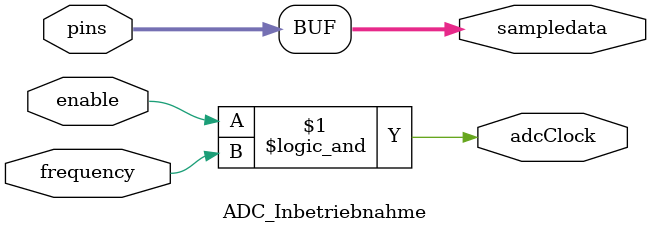
<source format=v>
`define ADCbitCount 14
`define AlwaysOn 1

module ADC_Inbetriebnahme
   (input wire [`ADCbitCount-1:0] pins,
    input wire enable, frequency,
	output wire adcClock,
	output wire [`ADCbitCount-1:0] sampledata);

assign adcClock = enable && frequency;
assign sampledata = (`AlwaysOn == 1) ? pins : {`ADCbitCount{1'b0}};

endmodule
</source>
